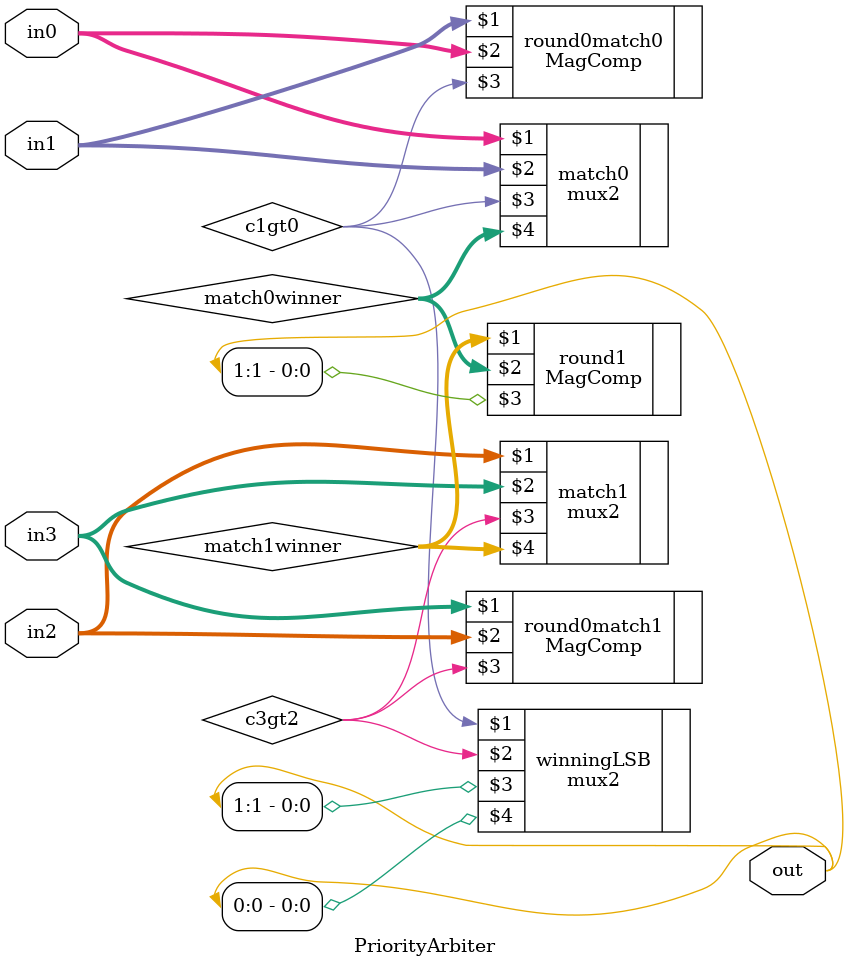
<source format=sv>
module PriorityArbiter (in0, in1, in2, in3, out);
   parameter n = 8 ; // width of inputs
   
   input logic [n-1:0]  in0, in1, in2, in3;
   
   output logic [1:0] 	out;
   
   logic [n-1:0] 	match0winner, match1winner;
   
   // first round of tournament
   MagComp #(n) round0match0 (in1, in0, c1gt0) ; // compare in0 and in1
   MagComp #(n) round0match1 (in3, in2, c3gt2) ; // compare in2 and in3
   
   // select first round winners
   mux2 #(n) match0 (in0, in1, c1gt0, match0winner) ;
   mux2 #(n) match1 (in2, in3, c3gt2, match1winner) ;
   
   // compare round0 winners
   MagComp #(n) round1 (match1winner, match0winner, out[1]) ;

   // select winning LSB index
   mux2 #(1) winningLSB (c1gt0, c3gt2, out[1], out[0]) ;

endmodule // PriorityArbiter

</source>
